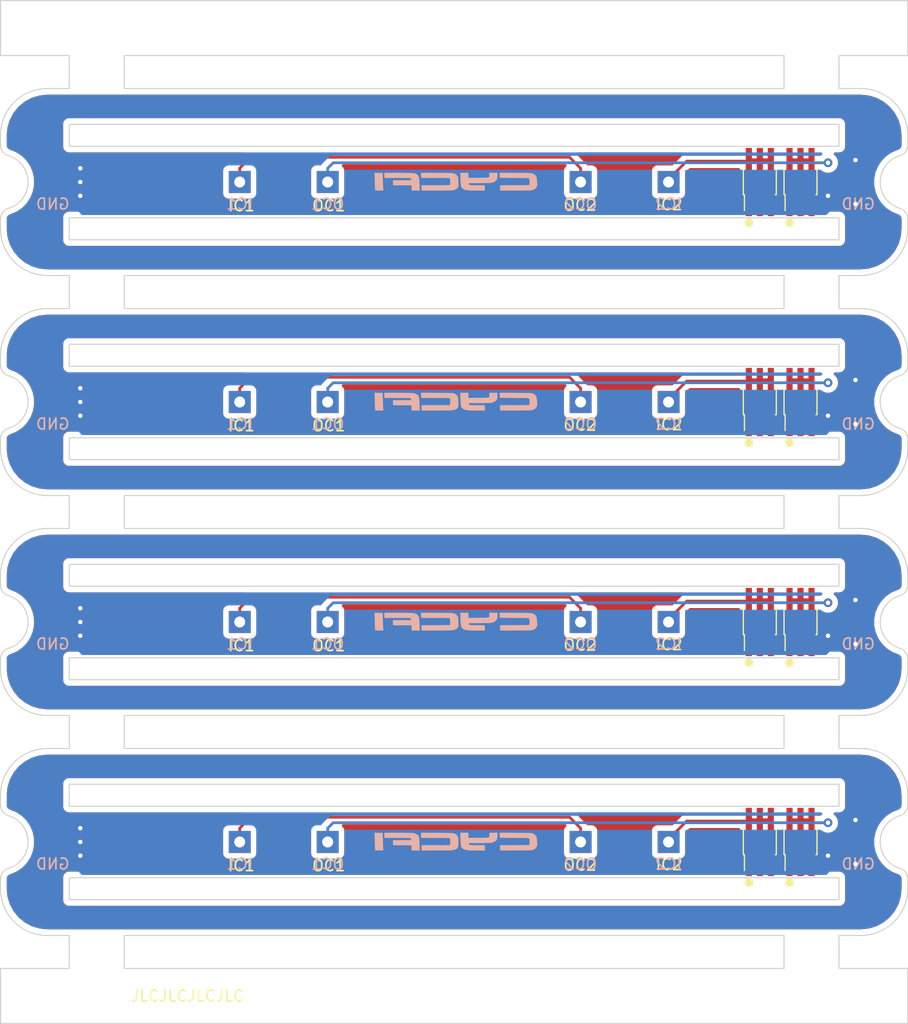
<source format=kicad_pcb>
(kicad_pcb (version 20171130) (host pcbnew "(5.1.10-1-10_14)")
  (layers (0 F.Cu signal hide) (31 B.Cu signal hide) (34 B.Paste user hide) (35 F.Paste user hide) (36 B.SilkS user hide) (37 F.SilkS user hide) (38 B.Mask user hide) (39 F.Mask user hide) (44 Edge.Cuts user))
  (net 0 "")
  (net 1 /oc1)
  (net 2 /ic1)
  (net 3 /ic2)
  (net 4 GND)
  (module cycfi_library:mounting_hole_2.1mm (layer F.Cu) (at 58.5 133.25)
    (fp_text reference REF** hide)
    (fp_text value mounting_hole_2.1mm)
    (pad "" np_thru_hole circle (at 0 0) (size 2.1 2.1) (drill 2.1) (layers *.Cu *.Mask))
  )
  (module cycfi_library:mounting_hole_2.1mm (layer F.Cu) (at 125.5 133.25)
    (fp_text reference REF** hide)
    (fp_text value mounting_hole_2.1mm)
    (pad "" np_thru_hole circle (at 0 0) (size 2.1 2.1) (drill 2.1) (layers *.Cu *.Mask))
  )
  (module cycfi_library:mounting_hole_2.1mm (layer F.Cu) (at 125.5 45.25)
    (fp_text reference REF** hide)
    (fp_text value mounting_hole_2.1mm)
    (pad "" np_thru_hole circle (at 0 0) (size 2.1 2.1) (drill 2.1) (layers *.Cu *.Mask))
  )
  (module cycfi_library:mounting_hole_2.1mm (layer F.Cu) (at 58.5 45.25)
    (fp_text reference REF** hide)
    (fp_text value mounting_hole_2.1mm)
    (pad "" np_thru_hole circle (at 0 0) (size 2.1 2.1) (drill 2.1) (layers *.Cu *.Mask))
  )
  (module cycfi_library:mouse-bite-3mm-slot-one-side (layer F.Cu) (at 59.5 129.25 180)
    (fp_text reference mouse-bite-3mm-slot hide)
    (fp_text value VAL** hide)
    (pad "" np_thru_hole circle (at 2 1.15 180) (size 0.5 0.5) (drill 0.5) (layers *.Cu *.Mask))
    (pad "" np_thru_hole circle (at -2 1.15 180) (size 0.5 0.5) (drill 0.5) (layers *.Cu *.Mask))
    (pad "" np_thru_hole circle (at 0 1.15 180) (size 0.5 0.5) (drill 0.5) (layers *.Cu *.Mask))
    (pad "" np_thru_hole circle (at -1 1.15 180) (size 0.5 0.5) (drill 0.5) (layers *.Cu *.Mask))
    (pad "" np_thru_hole circle (at 1 1.15 180) (size 0.5 0.5) (drill 0.5) (layers *.Cu *.Mask))
  )
  (module cycfi_library:mouse-bite-3mm-slot-one-side (layer F.Cu) (at 124.5 129.25 180)
    (fp_text reference mouse-bite-3mm-slot hide)
    (fp_text value VAL** hide)
    (pad "" np_thru_hole circle (at 2 1.15 180) (size 0.5 0.5) (drill 0.5) (layers *.Cu *.Mask))
    (pad "" np_thru_hole circle (at -2 1.15 180) (size 0.5 0.5) (drill 0.5) (layers *.Cu *.Mask))
    (pad "" np_thru_hole circle (at 0 1.15 180) (size 0.5 0.5) (drill 0.5) (layers *.Cu *.Mask))
    (pad "" np_thru_hole circle (at -1 1.15 180) (size 0.5 0.5) (drill 0.5) (layers *.Cu *.Mask))
    (pad "" np_thru_hole circle (at 1 1.15 180) (size 0.5 0.5) (drill 0.5) (layers *.Cu *.Mask))
  )
  (module cycfi_library:mouse-bite-3mm-slot-one-side (layer F.Cu) (at 124.5 49.25)
    (fp_text reference mouse-bite-3mm-slot hide)
    (fp_text value VAL** hide)
    (pad "" np_thru_hole circle (at 2 1.15) (size 0.5 0.5) (drill 0.5) (layers *.Cu *.Mask))
    (pad "" np_thru_hole circle (at -2 1.15) (size 0.5 0.5) (drill 0.5) (layers *.Cu *.Mask))
    (pad "" np_thru_hole circle (at 0 1.15) (size 0.5 0.5) (drill 0.5) (layers *.Cu *.Mask))
    (pad "" np_thru_hole circle (at -1 1.15) (size 0.5 0.5) (drill 0.5) (layers *.Cu *.Mask))
    (pad "" np_thru_hole circle (at 1 1.15) (size 0.5 0.5) (drill 0.5) (layers *.Cu *.Mask))
  )
  (module cycfi_library:mouse-bite-3mm-slot-one-side (layer F.Cu) (at 59.5 49.25)
    (fp_text reference mouse-bite-3mm-slot hide)
    (fp_text value VAL** hide)
    (pad "" np_thru_hole circle (at 2 1.15) (size 0.5 0.5) (drill 0.5) (layers *.Cu *.Mask))
    (pad "" np_thru_hole circle (at -2 1.15) (size 0.5 0.5) (drill 0.5) (layers *.Cu *.Mask))
    (pad "" np_thru_hole circle (at 0 1.15) (size 0.5 0.5) (drill 0.5) (layers *.Cu *.Mask))
    (pad "" np_thru_hole circle (at -1 1.15) (size 0.5 0.5) (drill 0.5) (layers *.Cu *.Mask))
    (pad "" np_thru_hole circle (at 1 1.15) (size 0.5 0.5) (drill 0.5) (layers *.Cu *.Mask))
  )
  (module cycfi_library:mouse-bite-3mm-slot (layer F.Cu) (at 124.5 89.25)
    (fp_text reference mouse-bite-3mm-slot hide)
    (fp_text value VAL** hide)
    (pad "" np_thru_hole circle (at -2 1.15) (size 0.5 0.5) (drill 0.5) (layers *.Cu *.Mask))
    (pad "" np_thru_hole circle (at -2 -1.15) (size 0.5 0.5) (drill 0.5) (layers *.Cu *.Mask))
    (pad "" np_thru_hole circle (at 2 1.15) (size 0.5 0.5) (drill 0.5) (layers *.Cu *.Mask))
    (pad "" np_thru_hole circle (at 2 -1.15) (size 0.5 0.5) (drill 0.5) (layers *.Cu *.Mask))
    (pad "" np_thru_hole circle (at 0 -1.15) (size 0.5 0.5) (drill 0.5) (layers *.Cu *.Mask))
    (pad "" np_thru_hole circle (at 0 1.15) (size 0.5 0.5) (drill 0.5) (layers *.Cu *.Mask))
    (pad "" np_thru_hole circle (at 1 -1.15) (size 0.5 0.5) (drill 0.5) (layers *.Cu *.Mask))
    (pad "" np_thru_hole circle (at -1 -1.15) (size 0.5 0.5) (drill 0.5) (layers *.Cu *.Mask))
    (pad "" np_thru_hole circle (at -1 1.15) (size 0.5 0.5) (drill 0.5) (layers *.Cu *.Mask))
    (pad "" np_thru_hole circle (at 1 1.15) (size 0.5 0.5) (drill 0.5) (layers *.Cu *.Mask))
  )
  (module cycfi_library:mouse-bite-3mm-slot (layer F.Cu) (at 124.5 109.25)
    (fp_text reference mouse-bite-3mm-slot hide)
    (fp_text value VAL** hide)
    (pad "" np_thru_hole circle (at -2 1.15) (size 0.5 0.5) (drill 0.5) (layers *.Cu *.Mask))
    (pad "" np_thru_hole circle (at -2 -1.15) (size 0.5 0.5) (drill 0.5) (layers *.Cu *.Mask))
    (pad "" np_thru_hole circle (at 2 1.15) (size 0.5 0.5) (drill 0.5) (layers *.Cu *.Mask))
    (pad "" np_thru_hole circle (at 2 -1.15) (size 0.5 0.5) (drill 0.5) (layers *.Cu *.Mask))
    (pad "" np_thru_hole circle (at 0 -1.15) (size 0.5 0.5) (drill 0.5) (layers *.Cu *.Mask))
    (pad "" np_thru_hole circle (at 0 1.15) (size 0.5 0.5) (drill 0.5) (layers *.Cu *.Mask))
    (pad "" np_thru_hole circle (at 1 -1.15) (size 0.5 0.5) (drill 0.5) (layers *.Cu *.Mask))
    (pad "" np_thru_hole circle (at -1 -1.15) (size 0.5 0.5) (drill 0.5) (layers *.Cu *.Mask))
    (pad "" np_thru_hole circle (at -1 1.15) (size 0.5 0.5) (drill 0.5) (layers *.Cu *.Mask))
    (pad "" np_thru_hole circle (at 1 1.15) (size 0.5 0.5) (drill 0.5) (layers *.Cu *.Mask))
  )
  (module cycfi_library:mouse-bite-3mm-slot (layer F.Cu) (at 59.5 109.25)
    (fp_text reference mouse-bite-3mm-slot hide)
    (fp_text value VAL** hide)
    (pad "" np_thru_hole circle (at -2 1.15) (size 0.5 0.5) (drill 0.5) (layers *.Cu *.Mask))
    (pad "" np_thru_hole circle (at -2 -1.15) (size 0.5 0.5) (drill 0.5) (layers *.Cu *.Mask))
    (pad "" np_thru_hole circle (at 2 1.15) (size 0.5 0.5) (drill 0.5) (layers *.Cu *.Mask))
    (pad "" np_thru_hole circle (at 2 -1.15) (size 0.5 0.5) (drill 0.5) (layers *.Cu *.Mask))
    (pad "" np_thru_hole circle (at 0 -1.15) (size 0.5 0.5) (drill 0.5) (layers *.Cu *.Mask))
    (pad "" np_thru_hole circle (at 0 1.15) (size 0.5 0.5) (drill 0.5) (layers *.Cu *.Mask))
    (pad "" np_thru_hole circle (at 1 -1.15) (size 0.5 0.5) (drill 0.5) (layers *.Cu *.Mask))
    (pad "" np_thru_hole circle (at -1 -1.15) (size 0.5 0.5) (drill 0.5) (layers *.Cu *.Mask))
    (pad "" np_thru_hole circle (at -1 1.15) (size 0.5 0.5) (drill 0.5) (layers *.Cu *.Mask))
    (pad "" np_thru_hole circle (at 1 1.15) (size 0.5 0.5) (drill 0.5) (layers *.Cu *.Mask))
  )
  (module cycfi_library:mouse-bite-3mm-slot (layer F.Cu) (at 59.5 89.25)
    (fp_text reference mouse-bite-3mm-slot hide)
    (fp_text value VAL** hide)
    (pad "" np_thru_hole circle (at -2 1.15) (size 0.5 0.5) (drill 0.5) (layers *.Cu *.Mask))
    (pad "" np_thru_hole circle (at -2 -1.15) (size 0.5 0.5) (drill 0.5) (layers *.Cu *.Mask))
    (pad "" np_thru_hole circle (at 2 1.15) (size 0.5 0.5) (drill 0.5) (layers *.Cu *.Mask))
    (pad "" np_thru_hole circle (at 2 -1.15) (size 0.5 0.5) (drill 0.5) (layers *.Cu *.Mask))
    (pad "" np_thru_hole circle (at 0 -1.15) (size 0.5 0.5) (drill 0.5) (layers *.Cu *.Mask))
    (pad "" np_thru_hole circle (at 0 1.15) (size 0.5 0.5) (drill 0.5) (layers *.Cu *.Mask))
    (pad "" np_thru_hole circle (at 1 -1.15) (size 0.5 0.5) (drill 0.5) (layers *.Cu *.Mask))
    (pad "" np_thru_hole circle (at -1 -1.15) (size 0.5 0.5) (drill 0.5) (layers *.Cu *.Mask))
    (pad "" np_thru_hole circle (at -1 1.15) (size 0.5 0.5) (drill 0.5) (layers *.Cu *.Mask))
    (pad "" np_thru_hole circle (at 1 1.15) (size 0.5 0.5) (drill 0.5) (layers *.Cu *.Mask))
  )
  (module cycfi_library:mouse-bite-3mm-slot (layer F.Cu) (at 124.5 69.25)
    (fp_text reference mouse-bite-3mm-slot hide)
    (fp_text value VAL** hide)
    (pad "" np_thru_hole circle (at -2 1.15) (size 0.5 0.5) (drill 0.5) (layers *.Cu *.Mask))
    (pad "" np_thru_hole circle (at -2 -1.15) (size 0.5 0.5) (drill 0.5) (layers *.Cu *.Mask))
    (pad "" np_thru_hole circle (at 2 1.15) (size 0.5 0.5) (drill 0.5) (layers *.Cu *.Mask))
    (pad "" np_thru_hole circle (at 2 -1.15) (size 0.5 0.5) (drill 0.5) (layers *.Cu *.Mask))
    (pad "" np_thru_hole circle (at 0 -1.15) (size 0.5 0.5) (drill 0.5) (layers *.Cu *.Mask))
    (pad "" np_thru_hole circle (at 0 1.15) (size 0.5 0.5) (drill 0.5) (layers *.Cu *.Mask))
    (pad "" np_thru_hole circle (at 1 -1.15) (size 0.5 0.5) (drill 0.5) (layers *.Cu *.Mask))
    (pad "" np_thru_hole circle (at -1 -1.15) (size 0.5 0.5) (drill 0.5) (layers *.Cu *.Mask))
    (pad "" np_thru_hole circle (at -1 1.15) (size 0.5 0.5) (drill 0.5) (layers *.Cu *.Mask))
    (pad "" np_thru_hole circle (at 1 1.15) (size 0.5 0.5) (drill 0.5) (layers *.Cu *.Mask))
  )
  (module cycfi_library:mouse-bite-3mm-slot (layer F.Cu) (at 59.5 69.25)
    (fp_text reference mouse-bite-3mm-slot hide)
    (fp_text value VAL** hide)
    (pad "" np_thru_hole circle (at -2 1.15) (size 0.5 0.5) (drill 0.5) (layers *.Cu *.Mask))
    (pad "" np_thru_hole circle (at -2 -1.15) (size 0.5 0.5) (drill 0.5) (layers *.Cu *.Mask))
    (pad "" np_thru_hole circle (at 2 1.15) (size 0.5 0.5) (drill 0.5) (layers *.Cu *.Mask))
    (pad "" np_thru_hole circle (at 2 -1.15) (size 0.5 0.5) (drill 0.5) (layers *.Cu *.Mask))
    (pad "" np_thru_hole circle (at 0 -1.15) (size 0.5 0.5) (drill 0.5) (layers *.Cu *.Mask))
    (pad "" np_thru_hole circle (at 0 1.15) (size 0.5 0.5) (drill 0.5) (layers *.Cu *.Mask))
    (pad "" np_thru_hole circle (at 1 -1.15) (size 0.5 0.5) (drill 0.5) (layers *.Cu *.Mask))
    (pad "" np_thru_hole circle (at -1 -1.15) (size 0.5 0.5) (drill 0.5) (layers *.Cu *.Mask))
    (pad "" np_thru_hole circle (at -1 1.15) (size 0.5 0.5) (drill 0.5) (layers *.Cu *.Mask))
    (pad "" np_thru_hole circle (at 1 1.15) (size 0.5 0.5) (drill 0.5) (layers *.Cu *.Mask))
  )
  (module cycfi_library:single-pad-3x2 (layer B.Cu) (at 55.5 119.25)
    (fp_text reference GND (at 0 2 180) (layer B.SilkS) (effects (justify mirror)))
    (fp_text value single_pad_smd)
    (pad 1 smd rect (at 0 0) (size 3 2) (layers B.Cu B.Paste B.Mask) (net 4 GND))
  )
  (module cycfi_library:single-pad-3x2 (layer B.Cu) (at 55.5 99.25)
    (fp_text reference GND (at 0 2 180) (layer B.SilkS) (effects (justify mirror)))
    (fp_text value single_pad_smd)
    (pad 1 smd rect (at 0 0) (size 3 2) (layers B.Cu B.Paste B.Mask) (net 4 GND))
  )
  (module cycfi_library:single-pad-3x2 (layer B.Cu) (at 55.5 79.25)
    (fp_text reference GND (at 0 2 180) (layer B.SilkS) (effects (justify mirror)))
    (fp_text value single_pad_smd)
    (pad 1 smd rect (at 0 0) (size 3 2) (layers B.Cu B.Paste B.Mask) (net 4 GND))
  )
  (module cycfi_library:pin_header_2x3p_1.00mm_smd_vertical (layer F.Cu) (at 119.8 119.25 90)
    (fp_text reference J2 hide)
    (fp_text value "Conn 2")
    (pad 1 smd rect (at -1.9 -1 90) (size 2.4 0.56) (layers F.Cu F.Paste F.Mask) (net 4 GND))
    (pad 6 smd rect (at 1.9 -1 90) (size 2.4 0.56) (layers F.Cu F.Paste F.Mask) (net 3 /ic2))
    (pad 2 smd rect (at -1.9 0 90) (size 2.4 0.56) (layers F.Cu F.Paste F.Mask) (net 4 GND))
    (pad 5 smd rect (at 1.9 0 90) (size 2.4 0.56) (layers F.Cu F.Paste F.Mask) (net 3 /ic2))
    (pad 3 smd rect (at -1.9 1 90) (size 2.4 0.56) (layers F.Cu F.Paste F.Mask) (net 4 GND))
    (pad 4 smd rect (at 1.9 1 90) (size 2.4 0.56) (layers F.Cu F.Paste F.Mask) (net 3 /ic2))
  )
  (module cycfi_library:pin_header_2x3p_1.00mm_smd_vertical (layer F.Cu) (at 119.8 99.25 90)
    (fp_text reference J2 hide)
    (fp_text value "Conn 2")
    (pad 1 smd rect (at -1.9 -1 90) (size 2.4 0.56) (layers F.Cu F.Paste F.Mask) (net 4 GND))
    (pad 6 smd rect (at 1.9 -1 90) (size 2.4 0.56) (layers F.Cu F.Paste F.Mask) (net 3 /ic2))
    (pad 2 smd rect (at -1.9 0 90) (size 2.4 0.56) (layers F.Cu F.Paste F.Mask) (net 4 GND))
    (pad 5 smd rect (at 1.9 0 90) (size 2.4 0.56) (layers F.Cu F.Paste F.Mask) (net 3 /ic2))
    (pad 3 smd rect (at -1.9 1 90) (size 2.4 0.56) (layers F.Cu F.Paste F.Mask) (net 4 GND))
    (pad 4 smd rect (at 1.9 1 90) (size 2.4 0.56) (layers F.Cu F.Paste F.Mask) (net 3 /ic2))
  )
  (module cycfi_library:pin_header_2x3p_1.00mm_smd_vertical (layer F.Cu) (at 119.8 79.25 90)
    (fp_text reference J2 hide)
    (fp_text value "Conn 2")
    (pad 1 smd rect (at -1.9 -1 90) (size 2.4 0.56) (layers F.Cu F.Paste F.Mask) (net 4 GND))
    (pad 6 smd rect (at 1.9 -1 90) (size 2.4 0.56) (layers F.Cu F.Paste F.Mask) (net 3 /ic2))
    (pad 2 smd rect (at -1.9 0 90) (size 2.4 0.56) (layers F.Cu F.Paste F.Mask) (net 4 GND))
    (pad 5 smd rect (at 1.9 0 90) (size 2.4 0.56) (layers F.Cu F.Paste F.Mask) (net 3 /ic2))
    (pad 3 smd rect (at -1.9 1 90) (size 2.4 0.56) (layers F.Cu F.Paste F.Mask) (net 4 GND))
    (pad 4 smd rect (at 1.9 1 90) (size 2.4 0.56) (layers F.Cu F.Paste F.Mask) (net 3 /ic2))
  )
  (module cycfi_library:cycfi-logo-15mm (layer B.Cu) (at 92.25 119.25 180)
    (fp_text reference G*** hide)
    (fp_text value LOGO hide)
  )
  (module cycfi_library:cycfi-logo-15mm (layer B.Cu) (at 92.25 99.25 180)
    (fp_text reference G*** hide)
    (fp_text value LOGO hide)
  )
  (module cycfi_library:cycfi-logo-15mm (layer B.Cu) (at 92.25 79.25 180)
    (fp_text reference G*** hide)
    (fp_text value LOGO hide)
  )
  (module cycfi_library:single-pad-3x2 (layer B.Cu) (at 128.5 119.25 180)
    (fp_text reference GND (at -0.25 -2 180) (layer B.SilkS) (effects (justify mirror)))
    (fp_text value single_pad_smd)
    (pad 1 smd rect (at 0 0 180) (size 3 2) (layers B.Cu B.Paste B.Mask) (net 4 GND))
  )
  (module cycfi_library:single-pad-3x2 (layer B.Cu) (at 128.5 99.25 180)
    (fp_text reference GND (at -0.25 -2 180) (layer B.SilkS) (effects (justify mirror)))
    (fp_text value single_pad_smd)
    (pad 1 smd rect (at 0 0 180) (size 3 2) (layers B.Cu B.Paste B.Mask) (net 4 GND))
  )
  (module cycfi_library:single-pad-3x2 (layer B.Cu) (at 128.5 79.25 180)
    (fp_text reference GND (at -0.25 -2 180) (layer B.SilkS) (effects (justify mirror)))
    (fp_text value single_pad_smd)
    (pad 1 smd rect (at 0 0 180) (size 3 2) (layers B.Cu B.Paste B.Mask) (net 4 GND))
  )
  (module cycfi_library:single-pad-2x2-th (layer B.Cu) (at 80.5 119.25)
    (fp_text reference OC1 (at 0.1 2.15) (layer F.SilkS))
    (fp_text value single_pad_smd)
    (pad 1 thru_hole rect (at 0 0) (size 2 2) (drill 1) (layers *.Cu *.Mask) (net 1 /oc1))
  )
  (module cycfi_library:single-pad-2x2-th (layer B.Cu) (at 80.5 99.25)
    (fp_text reference OC1 (at 0.1 2.15) (layer F.SilkS))
    (fp_text value single_pad_smd)
    (pad 1 thru_hole rect (at 0 0) (size 2 2) (drill 1) (layers *.Cu *.Mask) (net 1 /oc1))
  )
  (module cycfi_library:single-pad-2x2-th (layer B.Cu) (at 80.5 79.25)
    (fp_text reference OC1 (at 0.1 2.15) (layer F.SilkS))
    (fp_text value single_pad_smd)
    (pad 1 thru_hole rect (at 0 0) (size 2 2) (drill 1) (layers *.Cu *.Mask) (net 1 /oc1))
  )
  (module cycfi_library:single-pad-2x2-th (layer B.Cu) (at 103.5 119.25)
    (fp_text reference OC2 (at -0.05 2.1) (layer F.SilkS))
    (fp_text value single_pad_smd)
    (pad 1 thru_hole rect (at 0 0) (size 2 2) (drill 1) (layers *.Cu *.Mask) (net 2 /ic1))
  )
  (module cycfi_library:single-pad-2x2-th (layer B.Cu) (at 103.5 99.25)
    (fp_text reference OC2 (at -0.05 2.1) (layer F.SilkS))
    (fp_text value single_pad_smd)
    (pad 1 thru_hole rect (at 0 0) (size 2 2) (drill 1) (layers *.Cu *.Mask) (net 2 /ic1))
  )
  (module cycfi_library:single-pad-2x2-th (layer B.Cu) (at 103.5 79.25)
    (fp_text reference OC2 (at -0.05 2.1) (layer F.SilkS))
    (fp_text value single_pad_smd)
    (pad 1 thru_hole rect (at 0 0) (size 2 2) (drill 1) (layers *.Cu *.Mask) (net 2 /ic1))
  )
  (module cycfi_library:single-pad-2x2-th (layer B.Cu) (at 72.5 119.25)
    (fp_text reference IC1 (at 0.15 2.15) (layer F.SilkS))
    (fp_text value single_pad_smd)
    (pad 1 thru_hole rect (at 0 0) (size 2 2) (drill 1) (layers *.Cu *.Mask) (net 2 /ic1))
  )
  (module cycfi_library:single-pad-2x2-th (layer B.Cu) (at 72.5 99.25)
    (fp_text reference IC1 (at 0.15 2.15) (layer F.SilkS))
    (fp_text value single_pad_smd)
    (pad 1 thru_hole rect (at 0 0) (size 2 2) (drill 1) (layers *.Cu *.Mask) (net 2 /ic1))
  )
  (module cycfi_library:single-pad-2x2-th (layer B.Cu) (at 72.5 79.25)
    (fp_text reference IC1 (at 0.15 2.15) (layer F.SilkS))
    (fp_text value single_pad_smd)
    (pad 1 thru_hole rect (at 0 0) (size 2 2) (drill 1) (layers *.Cu *.Mask) (net 2 /ic1))
  )
  (module cycfi_library:single-pad-2x2-th (layer B.Cu) (at 111.5 119.25)
    (fp_text reference IC2 (at 0.05 2.05) (layer F.SilkS))
    (fp_text value single_pad_smd)
    (pad 1 thru_hole rect (at 0 0) (size 2 2) (drill 1) (layers *.Cu *.Mask) (net 3 /ic2))
  )
  (module cycfi_library:single-pad-2x2-th (layer B.Cu) (at 111.5 99.25)
    (fp_text reference IC2 (at 0.05 2.05) (layer F.SilkS))
    (fp_text value single_pad_smd)
    (pad 1 thru_hole rect (at 0 0) (size 2 2) (drill 1) (layers *.Cu *.Mask) (net 3 /ic2))
  )
  (module cycfi_library:single-pad-2x2-th (layer B.Cu) (at 111.5 79.25)
    (fp_text reference IC2 (at 0.05 2.05) (layer F.SilkS))
    (fp_text value single_pad_smd)
    (pad 1 thru_hole rect (at 0 0) (size 2 2) (drill 1) (layers *.Cu *.Mask) (net 3 /ic2))
  )
  (module cycfi_library:pin_header_2x3p_1.00mm_smd_vertical (layer F.Cu) (at 123.5 119.25 90)
    (fp_text reference J1 hide)
    (fp_text value "Conn 1")
    (pad 1 smd rect (at -1.9 -1 90) (size 2.4 0.56) (layers F.Cu F.Paste F.Mask) (net 4 GND))
    (pad 6 smd rect (at 1.9 -1 90) (size 2.4 0.56) (layers F.Cu F.Paste F.Mask) (net 1 /oc1))
    (pad 2 smd rect (at -1.9 0 90) (size 2.4 0.56) (layers F.Cu F.Paste F.Mask) (net 4 GND))
    (pad 5 smd rect (at 1.9 0 90) (size 2.4 0.56) (layers F.Cu F.Paste F.Mask) (net 1 /oc1))
    (pad 3 smd rect (at -1.9 1 90) (size 2.4 0.56) (layers F.Cu F.Paste F.Mask) (net 4 GND))
    (pad 4 smd rect (at 1.9 1 90) (size 2.4 0.56) (layers F.Cu F.Paste F.Mask) (net 1 /oc1))
  )
  (module cycfi_library:pin_header_2x3p_1.00mm_smd_vertical (layer F.Cu) (at 123.5 99.25 90)
    (fp_text reference J1 hide)
    (fp_text value "Conn 1")
    (pad 1 smd rect (at -1.9 -1 90) (size 2.4 0.56) (layers F.Cu F.Paste F.Mask) (net 4 GND))
    (pad 6 smd rect (at 1.9 -1 90) (size 2.4 0.56) (layers F.Cu F.Paste F.Mask) (net 1 /oc1))
    (pad 2 smd rect (at -1.9 0 90) (size 2.4 0.56) (layers F.Cu F.Paste F.Mask) (net 4 GND))
    (pad 5 smd rect (at 1.9 0 90) (size 2.4 0.56) (layers F.Cu F.Paste F.Mask) (net 1 /oc1))
    (pad 3 smd rect (at -1.9 1 90) (size 2.4 0.56) (layers F.Cu F.Paste F.Mask) (net 4 GND))
    (pad 4 smd rect (at 1.9 1 90) (size 2.4 0.56) (layers F.Cu F.Paste F.Mask) (net 1 /oc1))
  )
  (module cycfi_library:pin_header_2x3p_1.00mm_smd_vertical (layer F.Cu) (at 123.5 79.25 90)
    (fp_text reference J1 hide)
    (fp_text value "Conn 1")
    (pad 1 smd rect (at -1.9 -1 90) (size 2.4 0.56) (layers F.Cu F.Paste F.Mask) (net 4 GND))
    (pad 6 smd rect (at 1.9 -1 90) (size 2.4 0.56) (layers F.Cu F.Paste F.Mask) (net 1 /oc1))
    (pad 2 smd rect (at -1.9 0 90) (size 2.4 0.56) (layers F.Cu F.Paste F.Mask) (net 4 GND))
    (pad 5 smd rect (at 1.9 0 90) (size 2.4 0.56) (layers F.Cu F.Paste F.Mask) (net 1 /oc1))
    (pad 3 smd rect (at -1.9 1 90) (size 2.4 0.56) (layers F.Cu F.Paste F.Mask) (net 4 GND))
    (pad 4 smd rect (at 1.9 1 90) (size 2.4 0.56) (layers F.Cu F.Paste F.Mask) (net 1 /oc1))
  )
  (module cycfi_library:single-pad-3x2 (layer B.Cu) (at 128.5 59.25 180)
    (fp_text reference GND (at -0.25 -2 180) (layer B.SilkS) (effects (justify mirror)))
    (fp_text value single_pad_smd)
    (pad 1 smd rect (at 0 0 180) (size 3 2) (layers B.Cu B.Paste B.Mask) (net 4 GND))
  )
  (module cycfi_library:single-pad-3x2 (layer B.Cu) (at 55.5 59.25)
    (fp_text reference GND (at 0 2 180) (layer B.SilkS) (effects (justify mirror)))
    (fp_text value single_pad_smd)
    (pad 1 smd rect (at 0 0) (size 3 2) (layers B.Cu B.Paste B.Mask) (net 4 GND))
  )
  (module cycfi_library:single-pad-2x2-th (layer B.Cu) (at 103.5 59.25)
    (fp_text reference OC2 (at -0.05 2.1) (layer F.SilkS))
    (fp_text value single_pad_smd)
    (pad 1 thru_hole rect (at 0 0) (size 2 2) (drill 1) (layers *.Cu *.Mask) (net 2 /ic1))
  )
  (module cycfi_library:single-pad-2x2-th (layer B.Cu) (at 80.5 59.25)
    (fp_text reference OC1 (at 0.1 2.15) (layer F.SilkS))
    (fp_text value single_pad_smd)
    (pad 1 thru_hole rect (at 0 0) (size 2 2) (drill 1) (layers *.Cu *.Mask) (net 1 /oc1))
  )
  (module cycfi_library:single-pad-2x2-th (layer B.Cu) (at 111.5 59.25)
    (fp_text reference IC2 (at 0.05 2.05) (layer F.SilkS))
    (fp_text value single_pad_smd)
    (pad 1 thru_hole rect (at 0 0) (size 2 2) (drill 1) (layers *.Cu *.Mask) (net 3 /ic2))
  )
  (module cycfi_library:single-pad-2x2-th (layer B.Cu) (at 72.5 59.25)
    (fp_text reference IC1 (at 0.15 2.15) (layer F.SilkS))
    (fp_text value single_pad_smd)
    (pad 1 thru_hole rect (at 0 0) (size 2 2) (drill 1) (layers *.Cu *.Mask) (net 2 /ic1))
  )
  (module cycfi_library:cycfi-logo-15mm (layer B.Cu) (at 92.25 59.25 180)
    (fp_text reference G*** hide)
    (fp_text value LOGO hide)
  )
  (module cycfi_library:pin_header_2x3p_1.00mm_smd_vertical (layer F.Cu) (at 123.5 59.25 90)
    (fp_text reference J1 hide)
    (fp_text value "Conn 1")
    (pad 1 smd rect (at -1.9 -1 90) (size 2.4 0.56) (layers F.Cu F.Paste F.Mask) (net 4 GND))
    (pad 6 smd rect (at 1.9 -1 90) (size 2.4 0.56) (layers F.Cu F.Paste F.Mask) (net 1 /oc1))
    (pad 2 smd rect (at -1.9 0 90) (size 2.4 0.56) (layers F.Cu F.Paste F.Mask) (net 4 GND))
    (pad 5 smd rect (at 1.9 0 90) (size 2.4 0.56) (layers F.Cu F.Paste F.Mask) (net 1 /oc1))
    (pad 3 smd rect (at -1.9 1 90) (size 2.4 0.56) (layers F.Cu F.Paste F.Mask) (net 4 GND))
    (pad 4 smd rect (at 1.9 1 90) (size 2.4 0.56) (layers F.Cu F.Paste F.Mask) (net 1 /oc1))
  )
  (module cycfi_library:pin_header_2x3p_1.00mm_smd_vertical (layer F.Cu) (at 119.8 59.25 90)
    (fp_text reference J2 hide)
    (fp_text value "Conn 2")
    (pad 1 smd rect (at -1.9 -1 90) (size 2.4 0.56) (layers F.Cu F.Paste F.Mask) (net 4 GND))
    (pad 6 smd rect (at 1.9 -1 90) (size 2.4 0.56) (layers F.Cu F.Paste F.Mask) (net 3 /ic2))
    (pad 2 smd rect (at -1.9 0 90) (size 2.4 0.56) (layers F.Cu F.Paste F.Mask) (net 4 GND))
    (pad 5 smd rect (at 1.9 0 90) (size 2.4 0.56) (layers F.Cu F.Paste F.Mask) (net 3 /ic2))
    (pad 3 smd rect (at -1.9 1 90) (size 2.4 0.56) (layers F.Cu F.Paste F.Mask) (net 4 GND))
    (pad 4 smd rect (at 1.9 1 90) (size 2.4 0.56) (layers F.Cu F.Paste F.Mask) (net 3 /ic2))
  )
  (gr_text JLCJLCJLCJLC (at 67.75 133.25) (layer F.SilkS) (effects (font (size 1 1))))
  (gr_line (start 122 130.75) (end 62 130.75) (layer Edge.Cuts) (width 0.1))
  (gr_line (start 133.25 130.75) (end 127 130.75) (layer Edge.Cuts) (width 0.1))
  (gr_line (start 133.25 135.75) (end 133.25 130.75) (layer Edge.Cuts) (width 0.1))
  (gr_line (start 50.75 135.75) (end 133.25 135.75) (layer Edge.Cuts) (width 0.1))
  (gr_line (start 50.75 130.75) (end 50.75 135.75) (layer Edge.Cuts) (width 0.1))
  (gr_line (start 57 130.75) (end 50.75 130.75) (layer Edge.Cuts) (width 0.1))
  (gr_line (start 62 47.75) (end 62 50.75) (layer Edge.Cuts) (width 0.1))
  (gr_line (start 122 47.75) (end 62 47.75) (layer Edge.Cuts) (width 0.1))
  (gr_line (start 122 50.75) (end 122 47.75) (layer Edge.Cuts) (width 0.1))
  (gr_line (start 127 47.75) (end 127 50.75) (layer Edge.Cuts) (width 0.1))
  (gr_line (start 133.25 47.75) (end 127 47.75) (layer Edge.Cuts) (width 0.1))
  (gr_line (start 133.25 42.75) (end 133.25 47.75) (layer Edge.Cuts) (width 0.1))
  (gr_line (start 50.75 42.75) (end 133.25 42.75) (layer Edge.Cuts) (width 0.1))
  (gr_line (start 50.75 47.75) (end 50.75 42.75) (layer Edge.Cuts) (width 0.1))
  (gr_line (start 57 47.75) (end 50.75 47.75) (layer Edge.Cuts) (width 0.1))
  (gr_line (start 57 50.75) (end 57 47.75) (layer Edge.Cuts) (width 0.1))
  (gr_line (start 50.75 123.5) (end 50.75 122.604102) (layer Edge.Cuts) (width 0.1))
  (gr_line (start 50.75 103.5) (end 50.75 102.604102) (layer Edge.Cuts) (width 0.1))
  (gr_line (start 50.75 83.5) (end 50.75 82.604102) (layer Edge.Cuts) (width 0.1))
  (gr_line (start 57 124.5) (end 57 122.5) (layer Edge.Cuts) (width 0.1))
  (gr_line (start 57 104.5) (end 57 102.5) (layer Edge.Cuts) (width 0.1))
  (gr_line (start 57 84.5) (end 57 82.5) (layer Edge.Cuts) (width 0.1))
  (gr_line (start 57 122.5) (end 127 122.5) (layer Edge.Cuts) (width 0.1))
  (gr_line (start 57 102.5) (end 127 102.5) (layer Edge.Cuts) (width 0.1))
  (gr_line (start 57 82.5) (end 127 82.5) (layer Edge.Cuts) (width 0.1))
  (gr_line (start 127 122.5) (end 127 124.5) (layer Edge.Cuts) (width 0.1))
  (gr_line (start 127 102.5) (end 127 104.5) (layer Edge.Cuts) (width 0.1))
  (gr_line (start 127 82.5) (end 127 84.5) (layer Edge.Cuts) (width 0.1))
  (gr_line (start 127 124.5) (end 57 124.5) (layer Edge.Cuts) (width 0.1))
  (gr_line (start 127 104.5) (end 57 104.5) (layer Edge.Cuts) (width 0.1))
  (gr_line (start 127 84.5) (end 57 84.5) (layer Edge.Cuts) (width 0.1))
  (gr_line (start 57 116) (end 57 114) (layer Edge.Cuts) (width 0.1))
  (gr_line (start 57 96) (end 57 94) (layer Edge.Cuts) (width 0.1))
  (gr_line (start 57 76) (end 57 74) (layer Edge.Cuts) (width 0.1))
  (gr_line (start 57 114) (end 127 114) (layer Edge.Cuts) (width 0.1))
  (gr_line (start 57 94) (end 127 94) (layer Edge.Cuts) (width 0.1))
  (gr_line (start 57 74) (end 127 74) (layer Edge.Cuts) (width 0.1))
  (gr_line (start 127 114) (end 127 116) (layer Edge.Cuts) (width 0.1))
  (gr_line (start 127 94) (end 127 96) (layer Edge.Cuts) (width 0.1))
  (gr_line (start 127 74) (end 127 76) (layer Edge.Cuts) (width 0.1))
  (gr_line (start 127 116) (end 57 116) (layer Edge.Cuts) (width 0.1))
  (gr_line (start 127 96) (end 57 96) (layer Edge.Cuts) (width 0.1))
  (gr_line (start 127 76) (end 57 76) (layer Edge.Cuts) (width 0.1))
  (gr_arc (start 132.25 115.895898) (end 132.535714 116.854213) (angle -73.3984504) (layer Edge.Cuts) (width 0.1))
  (gr_arc (start 132.25 95.895898) (end 132.535714 96.854213) (angle -73.3984504) (layer Edge.Cuts) (width 0.1))
  (gr_arc (start 132.25 75.895898) (end 132.535714 76.854213) (angle -73.3984504) (layer Edge.Cuts) (width 0.1))
  (gr_arc (start 129 115) (end 133.25 115) (angle -90) (layer Edge.Cuts) (width 0.1))
  (gr_arc (start 129 95) (end 133.25 95) (angle -90) (layer Edge.Cuts) (width 0.1))
  (gr_arc (start 129 75) (end 133.25 75) (angle -90) (layer Edge.Cuts) (width 0.1))
  (gr_arc (start 55 115) (end 55 110.75) (angle -90) (layer Edge.Cuts) (width 0.1))
  (gr_arc (start 55 95) (end 55 90.75) (angle -90) (layer Edge.Cuts) (width 0.1))
  (gr_arc (start 55 75) (end 55 70.75) (angle -90) (layer Edge.Cuts) (width 0.1))
  (gr_line (start 50.75 115.895898) (end 50.75 115) (layer Edge.Cuts) (width 0.1))
  (gr_line (start 50.75 95.895898) (end 50.75 95) (layer Edge.Cuts) (width 0.1))
  (gr_line (start 50.75 75.895898) (end 50.75 75) (layer Edge.Cuts) (width 0.1))
  (gr_arc (start 51.75 115.895898) (end 50.75 115.895898) (angle -73.3984504) (layer Edge.Cuts) (width 0.1))
  (gr_arc (start 51.75 95.895898) (end 50.75 95.895898) (angle -73.3984504) (layer Edge.Cuts) (width 0.1))
  (gr_arc (start 51.75 75.895898) (end 50.75 75.895898) (angle -73.3984504) (layer Edge.Cuts) (width 0.1))
  (gr_arc (start 50.75 119.25) (end 51.464286 121.645787) (angle -146.7969008) (layer Edge.Cuts) (width 0.1))
  (gr_arc (start 50.75 99.25) (end 51.464286 101.645787) (angle -146.7969008) (layer Edge.Cuts) (width 0.1))
  (gr_arc (start 50.75 79.25) (end 51.464286 81.645787) (angle -146.7969008) (layer Edge.Cuts) (width 0.1))
  (gr_arc (start 51.75 122.604102) (end 51.464286 121.645787) (angle -73.3984504) (layer Edge.Cuts) (width 0.1))
  (gr_arc (start 51.75 102.604102) (end 51.464286 101.645787) (angle -73.3984504) (layer Edge.Cuts) (width 0.1))
  (gr_arc (start 51.75 82.604102) (end 51.464286 81.645787) (angle -73.3984504) (layer Edge.Cuts) (width 0.1))
  (gr_arc (start 55 123.5) (end 50.75 123.5) (angle -90) (layer Edge.Cuts) (width 0.1))
  (gr_arc (start 55 103.5) (end 50.75 103.5) (angle -90) (layer Edge.Cuts) (width 0.1))
  (gr_arc (start 55 83.5) (end 50.75 83.5) (angle -90) (layer Edge.Cuts) (width 0.1))
  (gr_arc (start 129 123.5) (end 129 127.75) (angle -90) (layer Edge.Cuts) (width 0.1))
  (gr_arc (start 129 103.5) (end 129 107.75) (angle -90) (layer Edge.Cuts) (width 0.1))
  (gr_arc (start 129 83.5) (end 129 87.75) (angle -90) (layer Edge.Cuts) (width 0.1))
  (gr_line (start 133.25 122.604102) (end 133.25 123.5) (layer Edge.Cuts) (width 0.1))
  (gr_line (start 133.25 102.604102) (end 133.25 103.5) (layer Edge.Cuts) (width 0.1))
  (gr_line (start 133.25 82.604102) (end 133.25 83.5) (layer Edge.Cuts) (width 0.1))
  (gr_arc (start 132.25 122.604102) (end 133.25 122.604102) (angle -73.3984504) (layer Edge.Cuts) (width 0.1))
  (gr_arc (start 132.25 102.604102) (end 133.25 102.604102) (angle -73.3984504) (layer Edge.Cuts) (width 0.1))
  (gr_arc (start 132.25 82.604102) (end 133.25 82.604102) (angle -73.3984504) (layer Edge.Cuts) (width 0.1))
  (gr_arc (start 133.25 119.25) (end 132.535714 116.854213) (angle -146.7969008) (layer Edge.Cuts) (width 0.1))
  (gr_arc (start 133.25 99.25) (end 132.535714 96.854213) (angle -146.7969008) (layer Edge.Cuts) (width 0.1))
  (gr_arc (start 133.25 79.25) (end 132.535714 76.854213) (angle -146.7969008) (layer Edge.Cuts) (width 0.1))
  (gr_line (start 133.25 115) (end 133.25 115.895898) (layer Edge.Cuts) (width 0.1))
  (gr_line (start 133.25 95) (end 133.25 95.895898) (layer Edge.Cuts) (width 0.1))
  (gr_line (start 133.25 75) (end 133.25 75.895898) (layer Edge.Cuts) (width 0.1))
  (gr_line (start 57 127.75) (end 57 130.75) (layer Edge.Cuts) (width 0.1))
  (gr_line (start 57 107.75) (end 57 110.75) (layer Edge.Cuts) (width 0.1))
  (gr_line (start 57 87.75) (end 57 90.75) (layer Edge.Cuts) (width 0.1))
  (gr_line (start 122 110.75) (end 62 110.75) (layer Edge.Cuts) (width 0.1))
  (gr_line (start 122 90.75) (end 62 90.75) (layer Edge.Cuts) (width 0.1))
  (gr_line (start 122 70.75) (end 62 70.75) (layer Edge.Cuts) (width 0.1))
  (gr_line (start 129 110.75) (end 127 110.75) (layer Edge.Cuts) (width 0.1))
  (gr_line (start 129 90.75) (end 127 90.75) (layer Edge.Cuts) (width 0.1))
  (gr_line (start 129 70.75) (end 127 70.75) (layer Edge.Cuts) (width 0.1))
  (gr_line (start 62 130.75) (end 62 127.75) (layer Edge.Cuts) (width 0.1))
  (gr_line (start 62 110.75) (end 62 107.75) (layer Edge.Cuts) (width 0.1))
  (gr_line (start 62 90.75) (end 62 87.75) (layer Edge.Cuts) (width 0.1))
  (gr_line (start 55 127.75) (end 57 127.75) (layer Edge.Cuts) (width 0.1))
  (gr_line (start 55 107.75) (end 57 107.75) (layer Edge.Cuts) (width 0.1))
  (gr_line (start 55 87.75) (end 57 87.75) (layer Edge.Cuts) (width 0.1))
  (gr_line (start 122 127.75) (end 122 130.75) (layer Edge.Cuts) (width 0.1))
  (gr_line (start 122 107.75) (end 122 110.75) (layer Edge.Cuts) (width 0.1))
  (gr_line (start 122 87.75) (end 122 90.75) (layer Edge.Cuts) (width 0.1))
  (gr_line (start 57 110.75) (end 55 110.75) (layer Edge.Cuts) (width 0.1))
  (gr_line (start 57 90.75) (end 55 90.75) (layer Edge.Cuts) (width 0.1))
  (gr_line (start 57 70.75) (end 55 70.75) (layer Edge.Cuts) (width 0.1))
  (gr_line (start 127 127.75) (end 129 127.75) (layer Edge.Cuts) (width 0.1))
  (gr_line (start 127 107.75) (end 129 107.75) (layer Edge.Cuts) (width 0.1))
  (gr_line (start 127 87.75) (end 129 87.75) (layer Edge.Cuts) (width 0.1))
  (gr_line (start 127 130.75) (end 127 127.75) (layer Edge.Cuts) (width 0.1))
  (gr_line (start 127 110.75) (end 127 107.75) (layer Edge.Cuts) (width 0.1))
  (gr_line (start 127 90.75) (end 127 87.75) (layer Edge.Cuts) (width 0.1))
  (gr_line (start 62 127.75) (end 122 127.75) (layer Edge.Cuts) (width 0.1))
  (gr_line (start 62 107.75) (end 122 107.75) (layer Edge.Cuts) (width 0.1))
  (gr_line (start 62 87.75) (end 122 87.75) (layer Edge.Cuts) (width 0.1))
  (gr_line (start 57 50.75) (end 55 50.75) (layer Edge.Cuts) (width 0.1))
  (gr_line (start 122 50.75) (end 62 50.75) (layer Edge.Cuts) (width 0.1))
  (gr_line (start 129 50.75) (end 127 50.75) (layer Edge.Cuts) (width 0.1))
  (gr_line (start 127 67.75) (end 129 67.75) (layer Edge.Cuts) (width 0.1))
  (gr_line (start 127 70.75) (end 127 67.75) (layer Edge.Cuts) (width 0.1))
  (gr_line (start 122 67.75) (end 122 70.75) (layer Edge.Cuts) (width 0.1))
  (gr_line (start 62 67.75) (end 122 67.75) (layer Edge.Cuts) (width 0.1))
  (gr_line (start 62 70.75) (end 62 67.75) (layer Edge.Cuts) (width 0.1))
  (gr_line (start 57 67.75) (end 57 70.75) (layer Edge.Cuts) (width 0.1))
  (gr_line (start 55 67.75) (end 57 67.75) (layer Edge.Cuts) (width 0.1))
  (gr_text IC2 (at 111.5 121.25) (layer B.SilkS) (effects (font (size 1 1)) (justify mirror)))
  (gr_text IC2 (at 111.5 101.25) (layer B.SilkS) (effects (font (size 1 1)) (justify mirror)))
  (gr_text IC2 (at 111.5 81.25) (layer B.SilkS) (effects (font (size 1 1)) (justify mirror)))
  (gr_text OC2 (at 103.5 121.25) (layer B.SilkS) (effects (font (size 1 1)) (justify mirror)))
  (gr_text OC2 (at 103.5 101.25) (layer B.SilkS) (effects (font (size 1 1)) (justify mirror)))
  (gr_text OC2 (at 103.5 81.25) (layer B.SilkS) (effects (font (size 1 1)) (justify mirror)))
  (gr_text OC1 (at 80.5 121.25) (layer B.SilkS) (effects (font (size 1 1)) (justify mirror)))
  (gr_text OC1 (at 80.5 101.25) (layer B.SilkS) (effects (font (size 1 1)) (justify mirror)))
  (gr_text OC1 (at 80.5 81.25) (layer B.SilkS) (effects (font (size 1 1)) (justify mirror)))
  (gr_text IC1 (at 72.5 121.25) (layer B.SilkS) (effects (font (size 1 1)) (justify mirror)))
  (gr_text IC1 (at 72.5 101.25) (layer B.SilkS) (effects (font (size 1 1)) (justify mirror)))
  (gr_text IC1 (at 72.5 81.25) (layer B.SilkS) (effects (font (size 1 1)) (justify mirror)))
  (gr_text IC2 (at 111.5 61.25) (layer B.SilkS) (effects (font (size 1 1)) (justify mirror)))
  (gr_text OC2 (at 103.5 61.25) (layer B.SilkS) (effects (font (size 1 1)) (justify mirror)))
  (gr_text OC1 (at 80.5 61.25) (layer B.SilkS) (effects (font (size 1 1)) (justify mirror)))
  (gr_text IC1 (at 72.5 61.25) (layer B.SilkS) (effects (font (size 1 1)) (justify mirror)))
  (gr_line (start 50.75 63.5) (end 50.75 62.604102) (layer Edge.Cuts) (width 0.1))
  (gr_line (start 133.25 55) (end 133.25 55.895898) (layer Edge.Cuts) (width 0.1))
  (gr_arc (start 133.25 59.25) (end 132.535714 56.854213) (angle -146.7969008) (layer Edge.Cuts) (width 0.1))
  (gr_arc (start 132.25 62.604102) (end 133.25 62.604102) (angle -73.3984504) (layer Edge.Cuts) (width 0.1))
  (gr_line (start 133.25 62.604102) (end 133.25 63.5) (layer Edge.Cuts) (width 0.1))
  (gr_arc (start 129 63.5) (end 129 67.75) (angle -90) (layer Edge.Cuts) (width 0.1))
  (gr_arc (start 55 63.5) (end 50.75 63.5) (angle -90) (layer Edge.Cuts) (width 0.1))
  (gr_arc (start 51.75 62.604102) (end 51.464286 61.645787) (angle -73.3984504) (layer Edge.Cuts) (width 0.1))
  (gr_arc (start 50.75 59.25) (end 51.464286 61.645787) (angle -146.7969008) (layer Edge.Cuts) (width 0.1))
  (gr_arc (start 51.75 55.895898) (end 50.75 55.895898) (angle -73.3984504) (layer Edge.Cuts) (width 0.1))
  (gr_line (start 50.75 55.895898) (end 50.75 55) (layer Edge.Cuts) (width 0.1))
  (gr_arc (start 55 55) (end 55 50.75) (angle -90) (layer Edge.Cuts) (width 0.1))
  (gr_arc (start 129 55) (end 133.25 55) (angle -90) (layer Edge.Cuts) (width 0.1))
  (gr_arc (start 132.25 55.895898) (end 132.535714 56.854213) (angle -73.3984504) (layer Edge.Cuts) (width 0.1))
  (gr_line (start 127 56) (end 57 56) (layer Edge.Cuts) (width 0.1))
  (gr_line (start 127 54) (end 127 56) (layer Edge.Cuts) (width 0.1))
  (gr_line (start 57 54) (end 127 54) (layer Edge.Cuts) (width 0.1))
  (gr_line (start 57 56) (end 57 54) (layer Edge.Cuts) (width 0.1))
  (gr_line (start 127 64.5) (end 57 64.5) (layer Edge.Cuts) (width 0.1))
  (gr_line (start 127 62.5) (end 127 64.5) (layer Edge.Cuts) (width 0.1))
  (gr_line (start 57 62.5) (end 127 62.5) (layer Edge.Cuts) (width 0.1))
  (gr_line (start 57 64.5) (end 57 62.5) (layer Edge.Cuts) (width 0.1))
  (via (at 126 57.5) (size 0.8) (drill 0.4) (layers F.Cu B.Cu) (net 1))
  (segment (start 124.65 57.5) (end 124.5 57.35) (width 0.25) (layer F.Cu) (net 1))
  (segment (start 126 57.5) (end 124.65 57.5) (width 0.25) (layer F.Cu) (net 1))
  (segment (start 122.5 57.35) (end 123.5 57.35) (width 0.5) (layer F.Cu) (net 1))
  (segment (start 123.5 57.35) (end 124.5 57.35) (width 0.5) (layer F.Cu) (net 1))
  (segment (start 80.5 58) (end 80.5 59.25) (width 0.25) (layer B.Cu) (net 1))
  (segment (start 81 57.5) (end 80.5 58) (width 0.25) (layer B.Cu) (net 1))
  (segment (start 126 57.5) (end 81 57.5) (width 0.25) (layer B.Cu) (net 1))
  (via (at 126 77.5) (size 0.8) (drill 0.4) (layers F.Cu B.Cu) (net 1))
  (via (at 126 97.5) (size 0.8) (drill 0.4) (layers F.Cu B.Cu) (net 1))
  (via (at 126 117.5) (size 0.8) (drill 0.4) (layers F.Cu B.Cu) (net 1))
  (segment (start 124.65 77.5) (end 124.5 77.35) (width 0.25) (layer F.Cu) (net 1))
  (segment (start 124.65 97.5) (end 124.5 97.35) (width 0.25) (layer F.Cu) (net 1))
  (segment (start 124.65 117.5) (end 124.5 117.35) (width 0.25) (layer F.Cu) (net 1))
  (segment (start 126 77.5) (end 124.65 77.5) (width 0.25) (layer F.Cu) (net 1))
  (segment (start 126 97.5) (end 124.65 97.5) (width 0.25) (layer F.Cu) (net 1))
  (segment (start 126 117.5) (end 124.65 117.5) (width 0.25) (layer F.Cu) (net 1))
  (segment (start 126 77.5) (end 81 77.5) (width 0.25) (layer B.Cu) (net 1))
  (segment (start 126 97.5) (end 81 97.5) (width 0.25) (layer B.Cu) (net 1))
  (segment (start 126 117.5) (end 81 117.5) (width 0.25) (layer B.Cu) (net 1))
  (segment (start 122.5 77.35) (end 123.5 77.35) (width 0.5) (layer F.Cu) (net 1))
  (segment (start 122.5 97.35) (end 123.5 97.35) (width 0.5) (layer F.Cu) (net 1))
  (segment (start 122.5 117.35) (end 123.5 117.35) (width 0.5) (layer F.Cu) (net 1))
  (segment (start 81 77.5) (end 80.5 78) (width 0.25) (layer B.Cu) (net 1))
  (segment (start 81 97.5) (end 80.5 98) (width 0.25) (layer B.Cu) (net 1))
  (segment (start 81 117.5) (end 80.5 118) (width 0.25) (layer B.Cu) (net 1))
  (segment (start 80.5 78) (end 80.5 79.25) (width 0.25) (layer B.Cu) (net 1))
  (segment (start 80.5 98) (end 80.5 99.25) (width 0.25) (layer B.Cu) (net 1))
  (segment (start 80.5 118) (end 80.5 119.25) (width 0.25) (layer B.Cu) (net 1))
  (segment (start 123.5 77.35) (end 124.5 77.35) (width 0.5) (layer F.Cu) (net 1))
  (segment (start 123.5 97.35) (end 124.5 97.35) (width 0.5) (layer F.Cu) (net 1))
  (segment (start 123.5 117.35) (end 124.5 117.35) (width 0.5) (layer F.Cu) (net 1))
  (segment (start 72.5 59.25) (end 72.5 58) (width 0.25) (layer F.Cu) (net 2))
  (segment (start 72.5 58) (end 73.5 57) (width 0.25) (layer F.Cu) (net 2))
  (segment (start 73.5 57) (end 102.5 57) (width 0.25) (layer F.Cu) (net 2))
  (segment (start 103.5 58) (end 103.5 59.25) (width 0.25) (layer F.Cu) (net 2))
  (segment (start 102.5 57) (end 103.5 58) (width 0.25) (layer F.Cu) (net 2))
  (segment (start 102.5 77) (end 103.5 78) (width 0.25) (layer F.Cu) (net 2))
  (segment (start 102.5 97) (end 103.5 98) (width 0.25) (layer F.Cu) (net 2))
  (segment (start 102.5 117) (end 103.5 118) (width 0.25) (layer F.Cu) (net 2))
  (segment (start 103.5 78) (end 103.5 79.25) (width 0.25) (layer F.Cu) (net 2))
  (segment (start 103.5 98) (end 103.5 99.25) (width 0.25) (layer F.Cu) (net 2))
  (segment (start 103.5 118) (end 103.5 119.25) (width 0.25) (layer F.Cu) (net 2))
  (segment (start 72.5 79.25) (end 72.5 78) (width 0.25) (layer F.Cu) (net 2))
  (segment (start 72.5 99.25) (end 72.5 98) (width 0.25) (layer F.Cu) (net 2))
  (segment (start 72.5 119.25) (end 72.5 118) (width 0.25) (layer F.Cu) (net 2))
  (segment (start 72.5 78) (end 73.5 77) (width 0.25) (layer F.Cu) (net 2))
  (segment (start 72.5 98) (end 73.5 97) (width 0.25) (layer F.Cu) (net 2))
  (segment (start 72.5 118) (end 73.5 117) (width 0.25) (layer F.Cu) (net 2))
  (segment (start 73.5 77) (end 102.5 77) (width 0.25) (layer F.Cu) (net 2))
  (segment (start 73.5 97) (end 102.5 97) (width 0.25) (layer F.Cu) (net 2))
  (segment (start 73.5 117) (end 102.5 117) (width 0.25) (layer F.Cu) (net 2))
  (segment (start 111.5 59.25) (end 111.5 59) (width 0.25) (layer F.Cu) (net 3))
  (segment (start 118.15 57.35) (end 118.8 57.35) (width 0.25) (layer F.Cu) (net 3))
  (segment (start 111.5 59) (end 113.15 57.35) (width 0.25) (layer F.Cu) (net 3))
  (segment (start 118.8 57.35) (end 119.8 57.35) (width 0.5) (layer F.Cu) (net 3))
  (segment (start 119.8 57.35) (end 120.8 57.35) (width 0.5) (layer F.Cu) (net 3))
  (segment (start 113.15 57.35) (end 118.15 57.35) (width 0.25) (layer F.Cu) (net 3))
  (segment (start 111.5 79.25) (end 111.5 79) (width 0.25) (layer F.Cu) (net 3))
  (segment (start 111.5 99.25) (end 111.5 99) (width 0.25) (layer F.Cu) (net 3))
  (segment (start 111.5 119.25) (end 111.5 119) (width 0.25) (layer F.Cu) (net 3))
  (segment (start 111.5 79) (end 113.15 77.35) (width 0.25) (layer F.Cu) (net 3))
  (segment (start 111.5 99) (end 113.15 97.35) (width 0.25) (layer F.Cu) (net 3))
  (segment (start 111.5 119) (end 113.15 117.35) (width 0.25) (layer F.Cu) (net 3))
  (segment (start 113.15 77.35) (end 118.15 77.35) (width 0.25) (layer F.Cu) (net 3))
  (segment (start 113.15 97.35) (end 118.15 97.35) (width 0.25) (layer F.Cu) (net 3))
  (segment (start 113.15 117.35) (end 118.15 117.35) (width 0.25) (layer F.Cu) (net 3))
  (segment (start 119.8 77.35) (end 120.8 77.35) (width 0.5) (layer F.Cu) (net 3))
  (segment (start 119.8 97.35) (end 120.8 97.35) (width 0.5) (layer F.Cu) (net 3))
  (segment (start 119.8 117.35) (end 120.8 117.35) (width 0.5) (layer F.Cu) (net 3))
  (segment (start 118.8 77.35) (end 119.8 77.35) (width 0.5) (layer F.Cu) (net 3))
  (segment (start 118.8 97.35) (end 119.8 97.35) (width 0.5) (layer F.Cu) (net 3))
  (segment (start 118.8 117.35) (end 119.8 117.35) (width 0.5) (layer F.Cu) (net 3))
  (segment (start 118.15 77.35) (end 118.8 77.35) (width 0.25) (layer F.Cu) (net 3))
  (segment (start 118.15 97.35) (end 118.8 97.35) (width 0.25) (layer F.Cu) (net 3))
  (segment (start 118.15 117.35) (end 118.8 117.35) (width 0.25) (layer F.Cu) (net 3))
  (segment (start 118.8 61.15) (end 119.8 61.15) (width 0.5) (layer F.Cu) (net 4))
  (segment (start 119.8 61.15) (end 120.8 61.15) (width 0.5) (layer F.Cu) (net 4))
  (segment (start 120.8 61.15) (end 122.5 61.15) (width 0.5) (layer F.Cu) (net 4))
  (segment (start 122.5 61.15) (end 123.5 61.15) (width 0.5) (layer F.Cu) (net 4))
  (segment (start 123.5 61.15) (end 124.5 61.15) (width 0.5) (layer F.Cu) (net 4))
  (via (at 126 60.5) (size 0.8) (drill 0.4) (layers F.Cu B.Cu) (net 4))
  (segment (start 125.35 61.15) (end 126 60.5) (width 0.5) (layer F.Cu) (net 4))
  (segment (start 124.5 61.15) (end 125.35 61.15) (width 0.5) (layer F.Cu) (net 4))
  (segment (start 127.25 59.25) (end 126 60.5) (width 0.5) (layer B.Cu) (net 4))
  (segment (start 128.5 59.25) (end 127.25 59.25) (width 0.5) (layer B.Cu) (net 4))
  (via (at 58 59.25) (size 0.8) (drill 0.4) (layers F.Cu B.Cu) (net 4))
  (segment (start 55.5 59.25) (end 58 59.25) (width 0.5) (layer B.Cu) (net 4))
  (via (at 58 58) (size 0.8) (drill 0.4) (layers F.Cu B.Cu) (net 4))
  (via (at 58 60.5) (size 0.8) (drill 0.4) (layers F.Cu B.Cu) (net 4))
  (via (at 128.5 57.25) (size 0.8) (drill 0.4) (layers F.Cu B.Cu) (net 4))
  (via (at 128.5 61.25) (size 0.8) (drill 0.4) (layers F.Cu B.Cu) (net 4))
  (segment (start 58.24999 61.99999) (end 55.5 59.25) (width 0.5) (layer B.Cu) (net 4))
  (segment (start 125.75001 61.99999) (end 58.24999 61.99999) (width 0.5) (layer B.Cu) (net 4))
  (segment (start 128.5 59.25) (end 125.75001 61.99999) (width 0.5) (layer B.Cu) (net 4))
  (via (at 128.5 77.25) (size 0.8) (drill 0.4) (layers F.Cu B.Cu) (net 4))
  (via (at 128.5 97.25) (size 0.8) (drill 0.4) (layers F.Cu B.Cu) (net 4))
  (via (at 128.5 117.25) (size 0.8) (drill 0.4) (layers F.Cu B.Cu) (net 4))
  (via (at 58 80.5) (size 0.8) (drill 0.4) (layers F.Cu B.Cu) (net 4))
  (via (at 58 100.5) (size 0.8) (drill 0.4) (layers F.Cu B.Cu) (net 4))
  (via (at 58 120.5) (size 0.8) (drill 0.4) (layers F.Cu B.Cu) (net 4))
  (segment (start 58.24999 81.99999) (end 55.5 79.25) (width 0.5) (layer B.Cu) (net 4))
  (segment (start 58.24999 101.99999) (end 55.5 99.25) (width 0.5) (layer B.Cu) (net 4))
  (segment (start 58.24999 121.99999) (end 55.5 119.25) (width 0.5) (layer B.Cu) (net 4))
  (via (at 128.5 81.25) (size 0.8) (drill 0.4) (layers F.Cu B.Cu) (net 4))
  (via (at 128.5 101.25) (size 0.8) (drill 0.4) (layers F.Cu B.Cu) (net 4))
  (via (at 128.5 121.25) (size 0.8) (drill 0.4) (layers F.Cu B.Cu) (net 4))
  (segment (start 128.5 79.25) (end 125.75001 81.99999) (width 0.5) (layer B.Cu) (net 4))
  (segment (start 128.5 99.25) (end 125.75001 101.99999) (width 0.5) (layer B.Cu) (net 4))
  (segment (start 128.5 119.25) (end 125.75001 121.99999) (width 0.5) (layer B.Cu) (net 4))
  (segment (start 125.75001 81.99999) (end 58.24999 81.99999) (width 0.5) (layer B.Cu) (net 4))
  (segment (start 125.75001 101.99999) (end 58.24999 101.99999) (width 0.5) (layer B.Cu) (net 4))
  (segment (start 125.75001 121.99999) (end 58.24999 121.99999) (width 0.5) (layer B.Cu) (net 4))
  (via (at 58 78) (size 0.8) (drill 0.4) (layers F.Cu B.Cu) (net 4))
  (via (at 58 98) (size 0.8) (drill 0.4) (layers F.Cu B.Cu) (net 4))
  (via (at 58 118) (size 0.8) (drill 0.4) (layers F.Cu B.Cu) (net 4))
  (segment (start 55.5 79.25) (end 58 79.25) (width 0.5) (layer B.Cu) (net 4))
  (segment (start 55.5 99.25) (end 58 99.25) (width 0.5) (layer B.Cu) (net 4))
  (segment (start 55.5 119.25) (end 58 119.25) (width 0.5) (layer B.Cu) (net 4))
  (segment (start 118.8 81.15) (end 119.8 81.15) (width 0.5) (layer F.Cu) (net 4))
  (segment (start 118.8 101.15) (end 119.8 101.15) (width 0.5) (layer F.Cu) (net 4))
  (segment (start 118.8 121.15) (end 119.8 121.15) (width 0.5) (layer F.Cu) (net 4))
  (via (at 58 79.25) (size 0.8) (drill 0.4) (layers F.Cu B.Cu) (net 4))
  (via (at 58 99.25) (size 0.8) (drill 0.4) (layers F.Cu B.Cu) (net 4))
  (via (at 58 119.25) (size 0.8) (drill 0.4) (layers F.Cu B.Cu) (net 4))
  (segment (start 127.25 79.25) (end 126 80.5) (width 0.5) (layer B.Cu) (net 4))
  (segment (start 127.25 99.25) (end 126 100.5) (width 0.5) (layer B.Cu) (net 4))
  (segment (start 127.25 119.25) (end 126 120.5) (width 0.5) (layer B.Cu) (net 4))
  (via (at 126 80.5) (size 0.8) (drill 0.4) (layers F.Cu B.Cu) (net 4))
  (via (at 126 100.5) (size 0.8) (drill 0.4) (layers F.Cu B.Cu) (net 4))
  (via (at 126 120.5) (size 0.8) (drill 0.4) (layers F.Cu B.Cu) (net 4))
  (segment (start 122.5 81.15) (end 123.5 81.15) (width 0.5) (layer F.Cu) (net 4))
  (segment (start 122.5 101.15) (end 123.5 101.15) (width 0.5) (layer F.Cu) (net 4))
  (segment (start 122.5 121.15) (end 123.5 121.15) (width 0.5) (layer F.Cu) (net 4))
  (segment (start 119.8 81.15) (end 120.8 81.15) (width 0.5) (layer F.Cu) (net 4))
  (segment (start 119.8 101.15) (end 120.8 101.15) (width 0.5) (layer F.Cu) (net 4))
  (segment (start 119.8 121.15) (end 120.8 121.15) (width 0.5) (layer F.Cu) (net 4))
  (segment (start 124.5 81.15) (end 125.35 81.15) (width 0.5) (layer F.Cu) (net 4))
  (segment (start 124.5 101.15) (end 125.35 101.15) (width 0.5) (layer F.Cu) (net 4))
  (segment (start 124.5 121.15) (end 125.35 121.15) (width 0.5) (layer F.Cu) (net 4))
  (segment (start 123.5 81.15) (end 124.5 81.15) (width 0.5) (layer F.Cu) (net 4))
  (segment (start 123.5 101.15) (end 124.5 101.15) (width 0.5) (layer F.Cu) (net 4))
  (segment (start 123.5 121.15) (end 124.5 121.15) (width 0.5) (layer F.Cu) (net 4))
  (segment (start 128.5 79.25) (end 127.25 79.25) (width 0.5) (layer B.Cu) (net 4))
  (segment (start 128.5 99.25) (end 127.25 99.25) (width 0.5) (layer B.Cu) (net 4))
  (segment (start 128.5 119.25) (end 127.25 119.25) (width 0.5) (layer B.Cu) (net 4))
  (segment (start 125.35 81.15) (end 126 80.5) (width 0.5) (layer F.Cu) (net 4))
  (segment (start 125.35 101.15) (end 126 100.5) (width 0.5) (layer F.Cu) (net 4))
  (segment (start 125.35 121.15) (end 126 120.5) (width 0.5) (layer F.Cu) (net 4))
  (segment (start 120.8 81.15) (end 122.5 81.15) (width 0.5) (layer F.Cu) (net 4))
  (segment (start 120.8 101.15) (end 122.5 101.15) (width 0.5) (layer F.Cu) (net 4))
  (segment (start 120.8 121.15) (end 122.5 121.15) (width 0.5) (layer F.Cu) (net 4))
  (zone (net 4) (net_name GND) (layer F.Cu) (connect_pads yes (clearance 0.508)) (min_thickness 0.254) (fill yes (arc_segments 32) (thermal_gap 0.508) (thermal_bridge_width 0.508))
    (polygon (pts (xy 134 68) (xy 50 68) (xy 50 50) (xy 134 50)))
  )
  (zone (net 4) (net_name GND) (layer B.Cu) (connect_pads yes (clearance 0.508)) (min_thickness 0.254) (fill yes (arc_segments 32) (thermal_gap 0.508) (thermal_bridge_width 0.508))
    (polygon (pts (xy 134 68) (xy 50 68) (xy 50 50) (xy 134 50)))
  )
  (zone (net 4) (net_name GND) (layer F.Cu) (connect_pads yes (clearance 0.508)) (min_thickness 0.254) (fill yes (arc_segments 32) (thermal_gap 0.508) (thermal_bridge_width 0.508))
    (polygon (pts (xy 134 88) (xy 50 88) (xy 50 70) (xy 134 70)))
  )
  (zone (net 4) (net_name GND) (layer F.Cu) (connect_pads yes (clearance 0.508)) (min_thickness 0.254) (fill yes (arc_segments 32) (thermal_gap 0.508) (thermal_bridge_width 0.508))
    (polygon (pts (xy 134 108) (xy 50 108) (xy 50 90) (xy 134 90)))
  )
  (zone (net 4) (net_name GND) (layer F.Cu) (connect_pads yes (clearance 0.508)) (min_thickness 0.254) (fill yes (arc_segments 32) (thermal_gap 0.508) (thermal_bridge_width 0.508))
    (polygon (pts (xy 134 128) (xy 50 128) (xy 50 110) (xy 134 110)))
  )
  (zone (net 4) (net_name GND) (layer B.Cu) (connect_pads yes (clearance 0.508)) (min_thickness 0.254) (fill yes (arc_segments 32) (thermal_gap 0.508) (thermal_bridge_width 0.508))
    (polygon (pts (xy 134 88) (xy 50 88) (xy 50 70) (xy 134 70)))
  )
  (zone (net 4) (net_name GND) (layer B.Cu) (connect_pads yes (clearance 0.508)) (min_thickness 0.254) (fill yes (arc_segments 32) (thermal_gap 0.508) (thermal_bridge_width 0.508))
    (polygon (pts (xy 134 108) (xy 50 108) (xy 50 90) (xy 134 90)))
  )
  (zone (net 4) (net_name GND) (layer B.Cu) (connect_pads yes (clearance 0.508)) (min_thickness 0.254) (fill yes (arc_segments 32) (thermal_gap 0.508) (thermal_bridge_width 0.508))
    (polygon (pts (xy 134 128) (xy 50 128) (xy 50 110) (xy 134 110)))
  )
)
</source>
